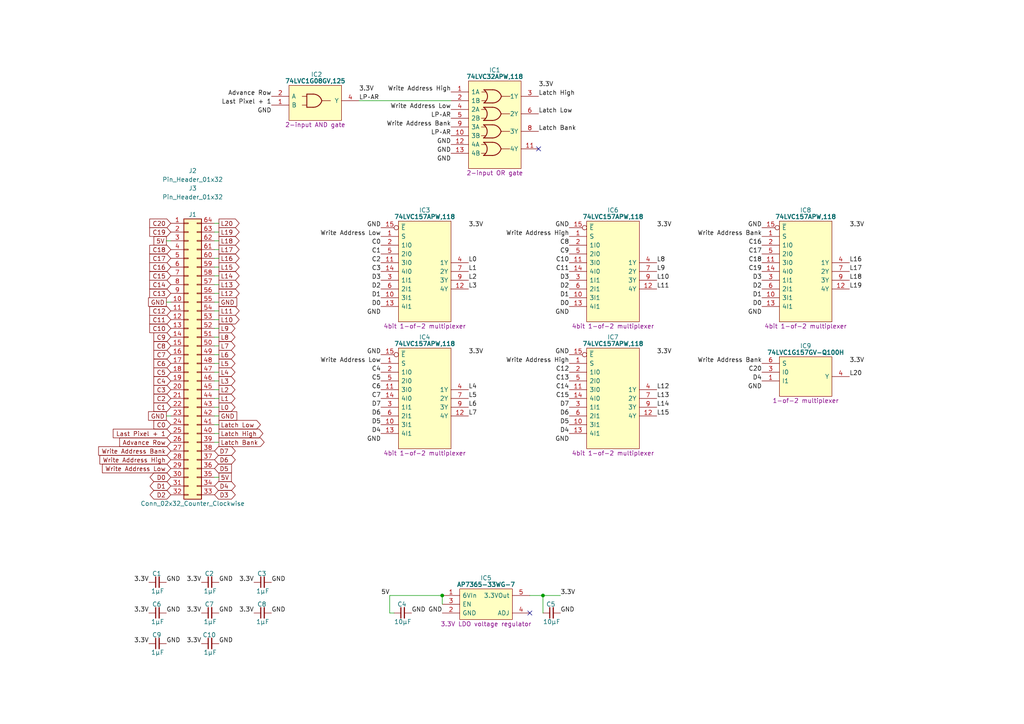
<source format=kicad_sch>
(kicad_sch (version 20231120) (generator "eeschema") (generator_version "8.0")
  (paper "A4")
  (lib_symbols
    (symbol "Connector_Generic:Conn_02x32_Counter_Clockwise" (pin_names (offset 1.016) hide)
      (property "Reference" "J" (at 1.27 40.64 0))
      (property "Value" "Conn_02x32_Counter_Clockwise" (at 1.27 -43.18 0))
      (symbol "Conn_02x32_Counter_Clockwise_1_1"
        (rectangle (start -1.27 -40.513) (end 0 -40.767) (stroke (width 0.1524)))
        (rectangle (start -1.27 -37.973) (end 0 -38.227) (stroke (width 0.1524)))
        (rectangle (start -1.27 -35.433) (end 0 -35.687) (stroke (width 0.1524)))
        (rectangle (start -1.27 -32.893) (end 0 -33.147) (stroke (width 0.1524)))
        (rectangle (start -1.27 -30.353) (end 0 -30.607) (stroke (width 0.1524)))
        (rectangle (start -1.27 -27.813) (end 0 -28.067) (stroke (width 0.1524)))
        (rectangle (start -1.27 -25.273) (end 0 -25.527) (stroke (width 0.1524)))
        (rectangle (start -1.27 -22.733) (end 0 -22.987) (stroke (width 0.1524)))
        (rectangle (start -1.27 -20.193) (end 0 -20.447) (stroke (width 0.1524)))
        (rectangle (start -1.27 -17.653) (end 0 -17.907) (stroke (width 0.1524)))
        (rectangle (start -1.27 -15.113) (end 0 -15.367) (stroke (width 0.1524)))
        (rectangle (start -1.27 -12.573) (end 0 -12.827) (stroke (width 0.1524)))
        (rectangle (start -1.27 -10.033) (end 0 -10.287) (stroke (width 0.1524)))
        (rectangle (start -1.27 -7.493) (end 0 -7.747) (stroke (width 0.1524)))
        (rectangle (start -1.27 -4.953) (end 0 -5.207) (stroke (width 0.1524)))
        (rectangle (start -1.27 -2.413) (end 0 -2.667) (stroke (width 0.1524)))
        (rectangle (start -1.27 0.127) (end 0 -0.127) (stroke (width 0.1524)))
        (rectangle (start -1.27 2.667) (end 0 2.413) (stroke (width 0.1524)))
        (rectangle (start -1.27 5.207) (end 0 4.953) (stroke (width 0.1524)))
        (rectangle (start -1.27 7.747) (end 0 7.493) (stroke (width 0.1524)))
        (rectangle (start -1.27 10.287) (end 0 10.033) (stroke (width 0.1524)))
        (rectangle (start -1.27 12.827) (end 0 12.573) (stroke (width 0.1524)))
        (rectangle (start -1.27 15.367) (end 0 15.113) (stroke (width 0.1524)))
        (rectangle (start -1.27 17.907) (end 0 17.653) (stroke (width 0.1524)))
        (rectangle (start -1.27 20.447) (end 0 20.193) (stroke (width 0.1524)))
        (rectangle (start -1.27 22.987) (end 0 22.733) (stroke (width 0.1524)))
        (rectangle (start -1.27 25.527) (end 0 25.273) (stroke (width 0.1524)))
        (rectangle (start -1.27 28.067) (end 0 27.813) (stroke (width 0.1524)))
        (rectangle (start -1.27 30.607) (end 0 30.353) (stroke (width 0.1524)))
        (rectangle (start -1.27 33.147) (end 0 32.893) (stroke (width 0.1524)))
        (rectangle (start -1.27 35.687) (end 0 35.433) (stroke (width 0.1524)))
        (rectangle (start -1.27 38.227) (end 0 37.973) (stroke (width 0.1524)))
        (rectangle (start -1.27 39.37) (end 3.81 -41.91) (stroke (width 0.254)) (fill (type background)))
        (rectangle (start 3.81 -40.513) (end 2.54 -40.767) (stroke (width 0.1524)))
        (rectangle (start 3.81 -37.973) (end 2.54 -38.227) (stroke (width 0.1524)))
        (rectangle (start 3.81 -35.433) (end 2.54 -35.687) (stroke (width 0.1524)))
        (rectangle (start 3.81 -32.893) (end 2.54 -33.147) (stroke (width 0.1524)))
        (rectangle (start 3.81 -30.353) (end 2.54 -30.607) (stroke (width 0.1524)))
        (rectangle (start 3.81 -27.813) (end 2.54 -28.067) (stroke (width 0.1524)))
        (rectangle (start 3.81 -25.273) (end 2.54 -25.527) (stroke (width 0.1524)))
        (rectangle (start 3.81 -22.733) (end 2.54 -22.987) (stroke (width 0.1524)))
        (rectangle (start 3.81 -20.193) (end 2.54 -20.447) (stroke (width 0.1524)))
        (rectangle (start 3.81 -17.653) (end 2.54 -17.907) (stroke (width 0.1524)))
        (rectangle (start 3.81 -15.113) (end 2.54 -15.367) (stroke (width 0.1524)))
        (rectangle (start 3.81 -12.573) (end 2.54 -12.827) (stroke (width 0.1524)))
        (rectangle (start 3.81 -10.033) (end 2.54 -10.287) (stroke (width 0.1524)))
        (rectangle (start 3.81 -7.493) (end 2.54 -7.747) (stroke (width 0.1524)))
        (rectangle (start 3.81 -4.953) (end 2.54 -5.207) (stroke (width 0.1524)))
        (rectangle (start 3.81 -2.413) (end 2.54 -2.667) (stroke (width 0.1524)))
        (rectangle (start 3.81 0.127) (end 2.54 -0.127) (stroke (width 0.1524)))
        (rectangle (start 3.81 2.667) (end 2.54 2.413) (stroke (width 0.1524)))
        (rectangle (start 3.81 5.207) (end 2.54 4.953) (stroke (width 0.1524)))
        (rectangle (start 3.81 7.747) (end 2.54 7.493) (stroke (width 0.1524)))
        (rectangle (start 3.81 10.287) (end 2.54 10.033) (stroke (width 0.1524)))
        (rectangle (start 3.81 12.827) (end 2.54 12.573) (stroke (width 0.1524)))
        (rectangle (start 3.81 15.367) (end 2.54 15.113) (stroke (width 0.1524)))
        (rectangle (start 3.81 17.907) (end 2.54 17.653) (stroke (width 0.1524)))
        (rectangle (start 3.81 20.447) (end 2.54 20.193) (stroke (width 0.1524)))
        (rectangle (start 3.81 22.987) (end 2.54 22.733) (stroke (width 0.1524)))
        (rectangle (start 3.81 25.527) (end 2.54 25.273) (stroke (width 0.1524)))
        (rectangle (start 3.81 28.067) (end 2.54 27.813) (stroke (width 0.1524)))
        (rectangle (start 3.81 30.607) (end 2.54 30.353) (stroke (width 0.1524)))
        (rectangle (start 3.81 33.147) (end 2.54 32.893) (stroke (width 0.1524)))
        (rectangle (start 3.81 35.687) (end 2.54 35.433) (stroke (width 0.1524)))
        (rectangle (start 3.81 38.227) (end 2.54 37.973) (stroke (width 0.1524)))
        (pin passive line (at -5.08 38.1 0) (length 3.81) (name "Pin_1") (number "1"))
        (pin passive line (at -5.08 15.24 0) (length 3.81) (name "Pin_10") (number "10"))
        (pin passive line (at -5.08 12.7 0) (length 3.81) (name "Pin_11") (number "11"))
        (pin passive line (at -5.08 10.16 0) (length 3.81) (name "Pin_12") (number "12"))
        (pin passive line (at -5.08 7.62 0) (length 3.81) (name "Pin_13") (number "13"))
        (pin passive line (at -5.08 5.08 0) (length 3.81) (name "Pin_14") (number "14"))
        (pin passive line (at -5.08 2.54 0) (length 3.81) (name "Pin_15") (number "15"))
        (pin passive line (at -5.08 0 0) (length 3.81) (name "Pin_16") (number "16"))
        (pin passive line (at -5.08 -2.54 0) (length 3.81) (name "Pin_17") (number "17"))
        (pin passive line (at -5.08 -5.08 0) (length 3.81) (name "Pin_18") (number "18"))
        (pin passive line (at -5.08 -7.62 0) (length 3.81) (name "Pin_19") (number "19"))
        (pin passive line (at -5.08 35.56 0) (length 3.81) (name "Pin_2") (number "2"))
        (pin passive line (at -5.08 -10.16 0) (length 3.81) (name "Pin_20") (number "20"))
        (pin passive line (at -5.08 -12.7 0) (length 3.81) (name "Pin_21") (number "21"))
        (pin passive line (at -5.08 -15.24 0) (length 3.81) (name "Pin_22") (number "22"))
        (pin passive line (at -5.08 -17.78 0) (length 3.81) (name "Pin_23") (number "23"))
        (pin passive line (at -5.08 -20.32 0) (length 3.81) (name "Pin_24") (number "24"))
        (pin passive line (at -5.08 -22.86 0) (length 3.81) (name "Pin_25") (number "25"))
        (pin passive line (at -5.08 -25.4 0) (length 3.81) (name "Pin_26") (number "26"))
        (pin passive line (at -5.08 -27.94 0) (length 3.81) (name "Pin_27") (number "27"))
        (pin passive line (at -5.08 -30.48 0) (length 3.81) (name "Pin_28") (number "28"))
        (pin passive line (at -5.08 -33.02 0) (length 3.81) (name "Pin_29") (number "29"))
        (pin passive line (at -5.08 33.02 0) (length 3.81) (name "Pin_3") (number "3"))
        (pin passive line (at -5.08 -35.56 0) (length 3.81) (name "Pin_30") (number "30"))
        (pin passive line (at -5.08 -38.1 0) (length 3.81) (name "Pin_31") (number "31"))
        (pin passive line (at -5.08 -40.64 0) (length 3.81) (name "Pin_32") (number "32"))
        (pin passive line (at 7.62 -40.64 180) (length 3.81) (name "Pin_33") (number "33"))
        (pin passive line (at 7.62 -38.1 180) (length 3.81) (name "Pin_34") (number "34"))
        (pin passive line (at 7.62 -35.56 180) (length 3.81) (name "Pin_35") (number "35"))
        (pin passive line (at 7.62 -33.02 180) (length 3.81) (name "Pin_36") (number "36"))
        (pin passive line (at 7.62 -30.48 180) (length 3.81) (name "Pin_37") (number "37"))
        (pin passive line (at 7.62 -27.94 180) (length 3.81) (name "Pin_38") (number "38"))
        (pin passive line (at 7.62 -25.4 180) (length 3.81) (name "Pin_39") (number "39"))
        (pin passive line (at -5.08 30.48 0) (length 3.81) (name "Pin_4") (number "4"))
        (pin passive line (at 7.62 -22.86 180) (length 3.81) (name "Pin_40") (number "40"))
        (pin passive line (at 7.62 -20.32 180) (length 3.81) (name "Pin_41") (number "41"))
        (pin passive line (at 7.62 -17.78 180) (length 3.81) (name "Pin_42") (number "42"))
        (pin passive line (at 7.62 -15.24 180) (length 3.81) (name "Pin_43") (number "43"))
        (pin passive line (at 7.62 -12.7 180) (length 3.81) (name "Pin_44") (number "44"))
        (pin passive line (at 7.62 -10.16 180) (length 3.81) (name "Pin_45") (number "45"))
        (pin passive line (at 7.62 -7.62 180) (length 3.81) (name "Pin_46") (number "46"))
        (pin passive line (at 7.62 -5.08 180) (length 3.81) (name "Pin_47") (number "47"))
        (pin passive line (at 7.62 -2.54 180) (length 3.81) (name "Pin_48") (number "48"))
        (pin passive line (at 7.62 0 180) (length 3.81) (name "Pin_49") (number "49"))
        (pin passive line (at -5.08 27.94 0) (length 3.81) (name "Pin_5") (number "5"))
        (pin passive line (at 7.62 2.54 180) (length 3.81) (name "Pin_50") (number "50"))
        (pin passive line (at 7.62 5.08 180) (length 3.81) (name "Pin_51") (number "51"))
        (pin passive line (at 7.62 7.62 180) (length 3.81) (name "Pin_52") (number "52"))
        (pin passive line (at 7.62 10.16 180) (length 3.81) (name "Pin_53") (number "53"))
        (pin passive line (at 7.62 12.7 180) (length 3.81) (name "Pin_54") (number "54"))
        (pin passive line (at 7.62 15.24 180) (length 3.81) (name "Pin_55") (number "55"))
        (pin passive line (at 7.62 17.78 180) (length 3.81) (name "Pin_56") (number "56"))
        (pin passive line (at 7.62 20.32 180) (length 3.81) (name "Pin_57") (number "57"))
        (pin passive line (at 7.62 22.86 180) (length 3.81) (name "Pin_58") (number "58"))
        (pin passive line (at 7.62 25.4 180) (length 3.81) (name "Pin_59") (number "59"))
        (pin passive line (at -5.08 25.4 0) (length 3.81) (name "Pin_6") (number "6"))
        (pin passive line (at 7.62 27.94 180) (length 3.81) (name "Pin_60") (number "60"))
        (pin passive line (at 7.62 30.48 180) (length 3.81) (name "Pin_61") (number "61"))
        (pin passive line (at 7.62 33.02 180) (length 3.81) (name "Pin_62") (number "62"))
        (pin passive line (at 7.62 35.56 180) (length 3.81) (name "Pin_63") (number "63"))
        (pin passive line (at 7.62 38.1 180) (length 3.81) (name "Pin_64") (number "64"))
        (pin passive line (at -5.08 22.86 0) (length 3.81) (name "Pin_7") (number "7"))
        (pin passive line (at -5.08 20.32 0) (length 3.81) (name "Pin_8") (number "8"))
        (pin passive line (at -5.08 17.78 0) (length 3.81) (name "Pin_9") (number "9"))
      )
    )
    (symbol "Diodes_Inc:AP7365-33WG-7" (pin_names (offset 0.762))
      (property "Reference" "IC" (at 12.7 5.08 0))
      (property "Value" "AP7365-33WG-7" (at 12.7 3.175 0))
      (property "Description" "3.3V LDO voltage regulator" (at 12.7 -8.255 0))
      (symbol "AP7365-33WG-7_0_0"
        (pin passive line (at 0 -5.08 0) (length 5.08) (name "GND") (number "2"))
        (pin input line (at 0 -2.54 0) (length 5.08) (name "EN") (number "3"))
        (pin passive line (at 25.4 -5.08 180) (length 5.08) (name "ADJ") (number "4"))
      )
      (symbol "AP7365-33WG-7_0_1"
        (polyline (pts (xy 5.08 1.905) (xy 20.32 1.905) (xy 20.32 -6.985) (xy 5.08 -6.985) (xy 5.08 1.905)) (fill (type background)))
      )
      (symbol "AP7365-33WG-7_1_0"
        (pin passive line (at 0 0 0) (length 5.08) (name "6VIn") (number "1"))
        (pin passive line (at 25.4 0 180) (length 5.08) (name "3.3VOut") (number "5"))
      )
    )
    (symbol "HCP65:C_0805" (pin_numbers hide) (pin_names (offset 0.254) hide)
      (property "Reference" "C" (at 2.286 2.54 0))
      (property "Value" "?μF" (at 2.54 -2.54 0))
      (symbol "C_0805_0_1"
        (polyline (pts (xy 1.9685 -1.4605) (xy 1.9685 1.5875)) (stroke (width 0.3048)))
        (polyline (pts (xy 2.9845 -1.4605) (xy 2.9845 1.5875)) (stroke (width 0.3302)))
      )
      (symbol "C_0805_1_1"
        (pin passive line (at 0 0 0) (length 2.032) (name "~") (number "1"))
        (pin passive line (at 5.08 0 180) (length 2.032) (name "~") (number "2"))
      )
    )
    (symbol "HCP65:Pin_Header_01x32" (pin_names (offset 1.016) hide)
      (property "Reference" "J" (at 0 1.27 0))
      (property "Value" "Pin_Header_01x32" (at 0 -1.27 0))
    )
    (symbol "Nexperia:74LVC157APW,118" (pin_names (offset 0.762))
      (property "Reference" "IC" (at 12.7 5.08 0))
      (property "Value" "74LVC157APW,118" (at 12.7 3.175 0))
      (property "Description" "4bit 1-of-2 multiplexer" (at 12.7 -28.575 0))
      (symbol "74LVC157APW,118_0_0"
        (pin input line (at 0 -2.54 0) (length 5.08) (name "S") (number "1"))
        (pin input line (at 0 -20.32 0) (length 5.08) (name "3I1") (number "10"))
        (pin input line (at 0 -10.16 0) (length 5.08) (name "3I0") (number "11"))
        (pin output line (at 25.4 -17.78 180) (length 5.08) (name "4Y") (number "12"))
        (pin input line (at 0 -22.86 0) (length 5.08) (name "4I1") (number "13"))
        (pin input line (at 0 -12.7 0) (length 5.08) (name "4I0") (number "14"))
        (pin passive line (at 25.4 0 180) (length 5.08) hide (name "3V") (number "16"))
        (pin input line (at 0 -5.08 0) (length 5.08) (name "1I0") (number "2"))
        (pin input line (at 0 -15.24 0) (length 5.08) (name "1I1") (number "3"))
        (pin output line (at 25.4 -10.16 180) (length 5.08) (name "1Y") (number "4"))
        (pin input line (at 0 -7.62 0) (length 5.08) (name "2I0") (number "5"))
        (pin input line (at 0 -17.78 0) (length 5.08) (name "2I1") (number "6"))
        (pin output line (at 25.4 -12.7 180) (length 5.08) (name "2Y") (number "7"))
        (pin passive line (at 0 -25.4 0) (length 5.08) hide (name "GND") (number "8"))
        (pin output line (at 25.4 -15.24 180) (length 5.08) (name "3Y") (number "9"))
      )
      (symbol "74LVC157APW,118_0_1"
        (polyline (pts (xy 5.08 1.905) (xy 20.32 1.905) (xy 20.32 -27.305) (xy 5.08 -27.305) (xy 5.08 1.905)) (stroke (width 0.1524)) (fill (type background)))
      )
      (symbol "74LVC157APW,118_1_0"
        (pin input inverted (at 0 0 0) (length 5.08) (name "~{E}") (number "15"))
      )
    )
    (symbol "Nexperia:74LVC1G08GV,125" (pin_names (offset 0.762))
      (property "Reference" "IC" (at 11.43 6.35 0))
      (property "Value" "74LVC1G08GV,125" (at 12.7 4.445 0))
      (property "Description" "2-input AND gate" (at 12.7 -8.255 0))
      (symbol "74LVC1G08GV,125_0_0"
        (pin input line (at 0 -2.54 0) (length 5.08) (name "B") (number "1"))
        (pin input line (at 0 0 0) (length 5.08) (name "A") (number "2"))
        (pin passive line (at 0 -5.08 0) (length 5.08) hide (name "GND") (number "3"))
        (pin output line (at 25.4 -1.27 180) (length 5.08) (name "Y") (number "4"))
        (pin passive line (at 25.4 1.27 180) (length 5.08) hide (name "3V") (number "5"))
      )
      (symbol "74LVC1G08GV,125_0_1"
        (polyline (pts (xy 8.89 -2.54) (xy 10.1599 -2.54)))
        (polyline (pts (xy 8.89 0) (xy 10.1599 0)))
        (polyline (pts (xy 10.248 0.635) (xy 10.248 -3.175)) (stroke (width 0.254)) (fill (type background)))
        (polyline (pts (xy 12.065 -3.175) (xy 10.248 -3.175)) (stroke (width 0.254)) (fill (type background)))
        (polyline (pts (xy 12.065 0.635) (xy 10.248 0.635)) (stroke (width 0.254)) (fill (type background)))
        (polyline (pts (xy 14.605 -1.27) (xy 17.145 -1.27)))
        (polyline (pts (xy 5.08 3.175) (xy 20.32 3.175) (xy 20.32 -6.985) (xy 5.08 -6.985) (xy 5.08 3.175)) (stroke (width 0.1524)) (fill (type background)))
        (arc (start 12.065 -3.175) (mid 13.6634 -2.6604) (end 14.605 -1.27) (stroke (width 0.254)))
        (arc (start 14.605 -1.27) (mid 13.6644 0.1222) (end 12.065 0.635) (stroke (width 0.254)))
      )
    )
    (symbol "Nexperia:74LVC1G157GV-Q100H" (pin_names (offset 0.762))
      (property "Reference" "IC" (at 12.7 5.08 0))
      (property "Value" "74LVC1G157GV-Q100H" (at 12.7 3.175 0))
      (property "Description" "1-of-2 multiplexer" (at 12.7 -10.795 0))
      (symbol "74LVC1G157GV-Q100H_0_0"
        (pin input line (at 0 -5.08 0) (length 5.08) (name "I1") (number "1"))
        (pin passive line (at 0 -7.62 0) (length 5.08) hide (name "GND") (number "2"))
        (pin input line (at 0 -2.54 0) (length 5.08) (name "I0") (number "3"))
        (pin output line (at 25.4 -3.81 180) (length 5.08) (name "Y") (number "4"))
        (pin input line (at 0 0 0) (length 5.08) (name "S") (number "6"))
      )
      (symbol "74LVC1G157GV-Q100H_0_1"
        (polyline (pts (xy 5.08 1.905) (xy 20.32 1.905) (xy 20.32 -9.525) (xy 5.08 -9.525) (xy 5.08 1.905)) (stroke (width 0.1524)) (fill (type background)))
      )
      (symbol "74LVC1G157GV-Q100H_1_0"
        (pin passive line (at 25.4 0 180) (length 5.08) hide (name "3V") (number "5"))
      )
    )
    (symbol "Nexperia:74LVC32APW,118" (pin_names (offset 0.762))
      (property "Reference" "IC" (at 12.7 6.35 0))
      (property "Value" "74LVC32APW,118" (at 12.7 4.445 0))
      (property "Description" "2-input OR gate" (at 12.7 -23.495 0))
      (symbol "74LVC32APW,118_0_0"
        (pin passive line (at 0 0 0) (length 5.08) (name "1A") (number "1"))
        (pin passive line (at 0 -12.7 0) (length 5.08) (name "3B") (number "10"))
        (pin passive line (at 25.4 -16.51 180) (length 5.08) (name "4Y") (number "11"))
        (pin passive line (at 0 -15.24 0) (length 5.08) (name "4A") (number "12"))
        (pin passive line (at 0 -17.78 0) (length 5.08) (name "4B") (number "13"))
        (pin passive line (at 25.4 1.27 180) (length 5.08) hide (name "3V") (number "14"))
        (pin passive line (at 0 -2.54 0) (length 5.08) (name "1B") (number "2"))
        (pin passive line (at 25.4 -1.27 180) (length 5.08) (name "1Y") (number "3"))
        (pin passive line (at 0 -5.08 0) (length 5.08) (name "2A") (number "4"))
        (pin passive line (at 0 -7.62 0) (length 5.08) (name "2B") (number "5"))
        (pin passive line (at 25.4 -6.35 180) (length 5.08) (name "2Y") (number "6"))
        (pin passive line (at 0 -20.32 0) (length 5.08) hide (name "GND") (number "7"))
        (pin passive line (at 25.4 -11.43 180) (length 5.08) (name "3Y") (number "8"))
        (pin passive line (at 0 -10.16 0) (length 5.08) (name "3A") (number "9"))
      )
      (symbol "74LVC32APW,118_0_1"
        (polyline (pts (xy 8.802 -17.78) (xy 10.0719 -17.78)))
        (polyline (pts (xy 8.802 -15.24) (xy 10.0719 -15.24)))
        (polyline (pts (xy 8.802 -12.7) (xy 10.0719 -12.7)))
        (polyline (pts (xy 8.802 -10.16) (xy 10.0719 -10.16)))
        (polyline (pts (xy 8.802 -7.62) (xy 10.0719 -7.62)))
        (polyline (pts (xy 8.802 -5.08) (xy 10.0719 -5.08)))
        (polyline (pts (xy 8.89 -2.54) (xy 10.1599 -2.54)))
        (polyline (pts (xy 8.89 0) (xy 10.1599 0)))
        (polyline (pts (xy 11.977 -18.415) (xy 9.437 -18.415)) (stroke (width 0.254)) (fill (type background)))
        (polyline (pts (xy 11.977 -14.605) (xy 9.437 -14.605)) (stroke (width 0.254)) (fill (type background)))
        (polyline (pts (xy 11.977 -13.335) (xy 9.437 -13.335)) (stroke (width 0.254)) (fill (type background)))
        (polyline (pts (xy 11.977 -9.525) (xy 9.437 -9.525)) (stroke (width 0.254)) (fill (type background)))
        (polyline (pts (xy 11.977 -8.255) (xy 9.437 -8.255)) (stroke (width 0.254)) (fill (type background)))
        (polyline (pts (xy 11.977 -4.445) (xy 9.437 -4.445)) (stroke (width 0.254)) (fill (type background)))
        (polyline (pts (xy 12.065 -3.175) (xy 9.525 -3.175)) (stroke (width 0.254)) (fill (type background)))
        (polyline (pts (xy 12.065 0.635) (xy 9.525 0.635)) (stroke (width 0.254)) (fill (type background)))
        (polyline (pts (xy 14.517 -16.51) (xy 17.057 -16.51)))
        (polyline (pts (xy 14.517 -11.43) (xy 17.057 -11.43)))
        (polyline (pts (xy 14.517 -6.35) (xy 17.057 -6.35)))
        (polyline (pts (xy 14.605 -1.27) (xy 17.145 -1.27)))
        (polyline (pts (xy 5.08 3.175) (xy 20.32 3.175) (xy 20.32 -22.225) (xy 5.08 -22.225) (xy 5.08 3.175)) (stroke (width 0.1524)) (fill (type background)))
        (arc (start 9.437 -18.415) (mid 10.4969 -16.51) (end 9.437 -14.605) (stroke (width 0.254)))
        (arc (start 9.437 -13.335) (mid 10.4969 -11.43) (end 9.437 -9.525) (stroke (width 0.254)))
        (arc (start 9.437 -8.255) (mid 10.4969 -6.35) (end 9.437 -4.445) (stroke (width 0.254)))
        (arc (start 9.525 -3.175) (mid 10.5848 -1.27) (end 9.525 0.635) (stroke (width 0.254)))
        (arc (start 11.977 -18.415) (mid 13.5751 -17.9001) (end 14.517 -16.51) (stroke (width 0.254)))
        (arc (start 11.977 -13.335) (mid 13.5751 -12.8201) (end 14.517 -11.43) (stroke (width 0.254)))
        (arc (start 11.977 -8.255) (mid 13.5751 -7.7401) (end 14.517 -6.35) (stroke (width 0.254)))
        (arc (start 12.065 -3.175) (mid 13.6633 -2.6602) (end 14.605 -1.27) (stroke (width 0.254)))
        (arc (start 14.517 -16.51) (mid 13.5761 -15.1187) (end 11.977 -14.605) (stroke (width 0.254)))
        (arc (start 14.517 -11.43) (mid 13.5761 -10.0387) (end 11.977 -9.525) (stroke (width 0.254)))
        (arc (start 14.517 -6.35) (mid 13.5761 -4.9587) (end 11.977 -4.445) (stroke (width 0.254)))
        (arc (start 14.605 -1.27) (mid 13.664 0.1212) (end 12.065 0.635) (stroke (width 0.254)))
      )
    )
  )
  (junction (at 128.27 172.72))
  (junction (at 157.48 172.72))
  (no_connect (at 156.21 43.18))
  (no_connect (at 153.67 177.8))
  (wire (pts (xy 63.5 118.11) (xy 62.23 118.11)))
  (wire (pts (xy 63.5 77.47) (xy 62.23 77.47)))
  (wire (pts (xy 63.5 90.17) (xy 62.23 90.17)))
  (wire (pts (xy 157.48 177.8) (xy 157.48 172.72)))
  (wire (pts (xy 63.5 97.79) (xy 62.23 97.79)))
  (wire (pts (xy 63.5 80.01) (xy 62.23 80.01)))
  (wire (pts (xy 63.5 128.27) (xy 62.23 128.27)))
  (wire (pts (xy 63.5 113.03) (xy 62.23 113.03)))
  (wire (pts (xy 113.03 172.72) (xy 128.27 172.72)))
  (wire (pts (xy 128.27 172.72) (xy 128.27 175.26)))
  (wire (pts (xy 63.5 110.49) (xy 62.23 110.49)))
  (wire (pts (xy 63.5 123.19) (xy 62.23 123.19)))
  (wire (pts (xy 63.5 64.77) (xy 62.23 64.77)))
  (wire (pts (xy 63.5 115.57) (xy 62.23 115.57)))
  (wire (pts (xy 63.5 100.33) (xy 62.23 100.33)))
  (wire (pts (xy 63.5 74.93) (xy 62.23 74.93)))
  (wire (pts (xy 63.5 82.55) (xy 62.23 82.55)))
  (wire (pts (xy 63.5 87.63) (xy 62.23 87.63)))
  (wire (pts (xy 153.67 172.72) (xy 157.48 172.72)))
  (wire (pts (xy 63.5 69.85) (xy 62.23 69.85)))
  (wire (pts (xy 63.5 125.73) (xy 62.23 125.73)))
  (wire (pts (xy 63.5 85.09) (xy 62.23 85.09)))
  (wire (pts (xy 113.03 172.72) (xy 113.03 177.8)))
  (wire (pts (xy 63.5 92.71) (xy 62.23 92.71)))
  (wire (pts (xy 63.5 120.65) (xy 62.23 120.65)))
  (wire (pts (xy 104.14 29.21) (xy 130.81 29.21)))
  (wire (pts (xy 63.5 95.25) (xy 62.23 95.25)))
  (wire (pts (xy 63.5 67.31) (xy 62.23 67.31)))
  (wire (pts (xy 63.5 105.41) (xy 62.23 105.41)))
  (wire (pts (xy 63.5 138.43) (xy 62.23 138.43)))
  (wire (pts (xy 113.03 177.8) (xy 114.3 177.8)))
  (wire (pts (xy 63.5 102.87) (xy 62.23 102.87)))
  (wire (pts (xy 48.26 87.63) (xy 49.53 87.63)))
  (wire (pts (xy 48.26 69.85) (xy 49.53 69.85)))
  (wire (pts (xy 157.48 172.72) (xy 162.56 172.72)))
  (wire (pts (xy 63.5 72.39) (xy 62.23 72.39)))
  (wire (pts (xy 63.5 107.95) (xy 62.23 107.95)))
  (wire (pts (xy 48.26 120.65) (xy 49.53 120.65)))
  (label "L16" (at 246.38 76.2 0))
  (label "C20" (at 220.98 107.95 180))
  (label "D1" (at 220.98 86.36 180))
  (label "D3" (at 165.1 81.28 180))
  (label "C15" (at 165.1 115.57 180))
  (label "3.3V" (at 135.89 66.04 0))
  (label "C1" (at 110.49 73.66 180))
  (label "GND" (at 110.49 102.87 180))
  (label "GND" (at 110.49 128.27 180))
  (label "L19" (at 246.38 83.82 0))
  (label "Write Address High" (at 130.81 26.67 180))
  (label "D7" (at 165.1 118.11 180))
  (label "GND" (at 63.5 177.8 0))
  (label "3.3V" (at 58.42 168.91 180))
  (label "L5" (at 135.89 115.57 0))
  (label "GND" (at 162.56 177.8 0))
  (label "3.3V" (at 190.5 66.04 0))
  (label "LP·AR" (at 104.14 29.21 0))
  (label "GND" (at 220.98 91.44 180))
  (label "D0" (at 110.49 88.9 180))
  (label "L17" (at 246.38 78.74 0))
  (label "C14" (at 165.1 113.03 180))
  (label "GND" (at 48.26 168.91 0))
  (label "L1" (at 135.89 78.74 0))
  (label "C13" (at 165.1 110.49 180))
  (label "D7" (at 110.49 118.11 180))
  (label "L2" (at 135.89 81.28 0))
  (label "3.3V" (at 104.14 26.67 0))
  (label "GND" (at 78.74 177.8 0))
  (label "C17" (at 220.98 73.66 180))
  (label "L7" (at 135.89 120.65 0))
  (label "D2" (at 110.49 83.82 180))
  (label "GND" (at 119.38 177.8 0))
  (label "5V" (at 113.03 172.72 180))
  (label "Latch High" (at 156.21 27.94 0))
  (label "3.3V" (at 43.18 177.8 180))
  (label "GND" (at 110.49 91.44 180))
  (label "C8" (at 165.1 71.12 180))
  (label "GND" (at 78.74 33.02 180))
  (label "3.3V" (at 246.38 66.04 0))
  (label "C5" (at 110.49 110.49 180))
  (label "GND" (at 165.1 128.27 180))
  (label "D5" (at 110.49 123.19 180))
  (label "D0" (at 165.1 88.9 180))
  (label "L10" (at 190.5 81.28 0))
  (label "GND" (at 48.26 177.8 0))
  (label "C9" (at 165.1 73.66 180))
  (label "GND" (at 128.27 177.8 180))
  (label "Write Address High" (at 165.1 68.58 180))
  (label "D6" (at 165.1 120.65 180))
  (label "Latch Low" (at 156.21 33.02 0))
  (label "D0" (at 220.98 88.9 180))
  (label "D5" (at 165.1 123.19 180))
  (label "GND" (at 78.74 168.91 0))
  (label "D3" (at 220.98 81.28 180))
  (label "GND" (at 130.81 44.45 180))
  (label "L0" (at 135.89 76.2 0))
  (label "3.3V" (at 58.42 186.69 180))
  (label "Advance Row" (at 78.74 27.94 180))
  (label "L15" (at 190.5 120.65 0))
  (label "C16" (at 220.98 71.12 180))
  (label "C12" (at 165.1 107.95 180))
  (label "GND" (at 220.98 66.04 180))
  (label "C7" (at 110.49 115.57 180))
  (label "C2" (at 110.49 76.2 180))
  (label "D2" (at 165.1 83.82 180))
  (label "GND" (at 110.49 66.04 180))
  (label "GND" (at 165.1 91.44 180))
  (label "3.3V" (at 58.42 177.8 180))
  (label "C11" (at 165.1 78.74 180))
  (label "LP·AR" (at 130.81 39.37 180))
  (label "Write Address Low" (at 110.49 68.58 180))
  (label "GND" (at 130.81 41.91 180))
  (label "Write Address High" (at 165.1 105.41 180))
  (label "D6" (at 110.49 120.65 180))
  (label "C10" (at 165.1 76.2 180))
  (label "C18" (at 220.98 76.2 180))
  (label "C3" (at 110.49 78.74 180))
  (label "Write Address Bank" (at 220.98 105.41 180))
  (label "3.3V" (at 162.56 172.72 0))
  (label "LP·AR" (at 130.81 34.29 180))
  (label "D1" (at 165.1 86.36 180))
  (label "C4" (at 110.49 107.95 180))
  (label "L12" (at 190.5 113.03 0))
  (label "GND" (at 63.5 186.69 0))
  (label "L3" (at 135.89 83.82 0))
  (label "Write Address Bank" (at 220.98 68.58 180))
  (label "GND" (at 220.98 113.03 180))
  (label "3.3V" (at 246.38 105.41 0))
  (label "L11" (at 190.5 83.82 0))
  (label "GND" (at 165.1 102.87 180))
  (label "Write Address Low" (at 110.49 105.41 180))
  (label "Write Address Bank" (at 130.81 36.83 180))
  (label "Write Address Low" (at 130.81 31.75 180))
  (label "3.3V" (at 73.66 177.8 180))
  (label "D4" (at 220.98 110.49 180))
  (label "L13" (at 190.5 115.57 0))
  (label "D1" (at 110.49 86.36 180))
  (label "Latch Bank" (at 156.21 38.1 0))
  (label "GND" (at 48.26 186.69 0))
  (label "L18" (at 246.38 81.28 0))
  (label "L9" (at 190.5 78.74 0))
  (label "L14" (at 190.5 118.11 0))
  (label "3.3V" (at 43.18 186.69 180))
  (label "3.3V" (at 190.5 102.87 0))
  (label "L6" (at 135.89 118.11 0))
  (label "L20" (at 246.38 109.22 0))
  (label "L4" (at 135.89 113.03 0))
  (label "D3" (at 110.49 81.28 180))
  (label "C19" (at 220.98 78.74 180))
  (label "C0" (at 110.49 71.12 180))
  (label "D4" (at 110.49 125.73 180))
  (label "D4" (at 165.1 125.73 180))
  (label "Last Pixel + 1" (at 78.74 30.48 180))
  (label "3.3V" (at 43.18 168.91 180))
  (label "D2" (at 220.98 83.82 180))
  (label "3.3V" (at 135.89 102.87 0))
  (label "C6" (at 110.49 113.03 180))
  (label "3.3V" (at 156.21 25.4 0))
  (label "GND" (at 130.81 46.99 180))
  (label "L8" (at 190.5 76.2 0))
  (label "GND" (at 165.1 66.04 180))
  (label "GND" (at 63.5 168.91 0))
  (label "3.3V" (at 73.66 168.91 180))
  (global_label "Latch Low" (shape output) (at 63.5 123.19 0) (property "Intersheetrefs" "${INTERSHEET_REFS}" (effects (hide yes))))
  (global_label "L2" (shape output) (at 63.5 113.03 0) (property "Intersheetrefs" "${INTERSHEET_REFS}" (effects (hide yes))))
  (global_label "C1" (shape input) (at 49.53 118.11 180) (property "Intersheetrefs" "${INTERSHEET_REFS}" (effects (hide yes))))
  (global_label "Write Address Low" (shape input) (at 49.53 135.89 180) (property "Intersheetrefs" "${INTERSHEET_REFS}" (effects (hide yes))))
  (global_label "L14" (shape output) (at 63.5 80.01 0) (property "Intersheetrefs" "${INTERSHEET_REFS}" (effects (hide yes))))
  (global_label "Write Address Bank" (shape input) (at 49.53 130.81 180) (property "Intersheetrefs" "${INTERSHEET_REFS}" (effects (hide yes))))
  (global_label "L6" (shape output) (at 63.5 102.87 0) (property "Intersheetrefs" "${INTERSHEET_REFS}" (effects (hide yes))))
  (global_label "L10" (shape output) (at 63.5 92.71 0) (property "Intersheetrefs" "${INTERSHEET_REFS}" (effects (hide yes))))
  (global_label "L4" (shape output) (at 63.5 107.95 0) (property "Intersheetrefs" "${INTERSHEET_REFS}" (effects (hide yes))))
  (global_label "C2" (shape input) (at 49.53 115.57 180) (property "Intersheetrefs" "${INTERSHEET_REFS}" (effects (hide yes))))
  (global_label "C10" (shape input) (at 49.53 95.25 180) (property "Intersheetrefs" "${INTERSHEET_REFS}" (effects (hide yes))))
  (global_label "L16" (shape output) (at 63.5 74.93 0) (property "Intersheetrefs" "${INTERSHEET_REFS}" (effects (hide yes))))
  (global_label "D0" (shape tri_state) (at 49.53 138.43 180) (property "Intersheetrefs" "${INTERSHEET_REFS}" (effects (hide yes))))
  (global_label "L11" (shape output) (at 63.5 90.17 0) (property "Intersheetrefs" "${INTERSHEET_REFS}" (effects (hide yes))))
  (global_label "D3" (shape tri_state) (at 62.23 143.51 0) (property "Intersheetrefs" "${INTERSHEET_REFS}" (effects (hide yes))))
  (global_label "D1" (shape tri_state) (at 49.53 140.97 180) (property "Intersheetrefs" "${INTERSHEET_REFS}" (effects (hide yes))))
  (global_label "Latch Bank" (shape output) (at 63.5 128.27 0) (property "Intersheetrefs" "${INTERSHEET_REFS}" (effects (hide yes))))
  (global_label "C5" (shape input) (at 49.53 107.95 180) (property "Intersheetrefs" "${INTERSHEET_REFS}" (effects (hide yes))))
  (global_label "Advance Row" (shape input) (at 49.53 128.27 180) (property "Intersheetrefs" "${INTERSHEET_REFS}" (effects (hide yes))))
  (global_label "L18" (shape output) (at 63.5 69.85 0) (property "Intersheetrefs" "${INTERSHEET_REFS}" (effects (hide yes))))
  (global_label "C20" (shape input) (at 49.53 64.77 180) (property "Intersheetrefs" "${INTERSHEET_REFS}" (effects (hide yes))))
  (global_label "C11" (shape input) (at 49.53 92.71 180) (property "Intersheetrefs" "${INTERSHEET_REFS}" (effects (hide yes))))
  (global_label "C6" (shape input) (at 49.53 105.41 180) (property "Intersheetrefs" "${INTERSHEET_REFS}" (effects (hide yes))))
  (global_label "GND" (shape passive) (at 63.5 87.63 0) (property "Intersheetrefs" "${INTERSHEET_REFS}" (effects (hide yes))))
  (global_label "L5" (shape output) (at 63.5 105.41 0) (property "Intersheetrefs" "${INTERSHEET_REFS}" (effects (hide yes))))
  (global_label "C13" (shape input) (at 49.53 85.09 180) (property "Intersheetrefs" "${INTERSHEET_REFS}" (effects (hide yes))))
  (global_label "C0" (shape input) (at 49.53 123.19 180) (property "Intersheetrefs" "${INTERSHEET_REFS}" (effects (hide yes))))
  (global_label "L15" (shape output) (at 63.5 77.47 0) (property "Intersheetrefs" "${INTERSHEET_REFS}" (effects (hide yes))))
  (global_label "D7" (shape tri_state) (at 62.23 130.81 0) (property "Intersheetrefs" "${INTERSHEET_REFS}" (effects (hide yes))))
  (global_label "C7" (shape input) (at 49.53 102.87 180) (property "Intersheetrefs" "${INTERSHEET_REFS}" (effects (hide yes))))
  (global_label "C17" (shape input) (at 49.53 74.93 180) (property "Intersheetrefs" "${INTERSHEET_REFS}" (effects (hide yes))))
  (global_label "L3" (shape output) (at 63.5 110.49 0) (property "Intersheetrefs" "${INTERSHEET_REFS}" (effects (hide yes))))
  (global_label "GND" (shape passive) (at 48.26 120.65 180) (property "Intersheetrefs" "${INTERSHEET_REFS}" (effects (hide yes))))
  (global_label "C3" (shape input) (at 49.53 113.03 180) (property "Intersheetrefs" "${INTERSHEET_REFS}" (effects (hide yes))))
  (global_label "L12" (shape output) (at 63.5 85.09 0) (property "Intersheetrefs" "${INTERSHEET_REFS}" (effects (hide yes))))
  (global_label "L13" (shape output) (at 63.5 82.55 0) (property "Intersheetrefs" "${INTERSHEET_REFS}" (effects (hide yes))))
  (global_label "C19" (shape input) (at 49.53 67.31 180) (property "Intersheetrefs" "${INTERSHEET_REFS}" (effects (hide yes))))
  (global_label "C8" (shape input) (at 49.53 100.33 180) (property "Intersheetrefs" "${INTERSHEET_REFS}" (effects (hide yes))))
  (global_label "D6" (shape tri_state) (at 62.23 133.35 0) (property "Intersheetrefs" "${INTERSHEET_REFS}" (effects (hide yes))))
  (global_label "L20" (shape output) (at 63.5 64.77 0) (property "Intersheetrefs" "${INTERSHEET_REFS}" (effects (hide yes))))
  (global_label "D5" (shape input) (at 62.23 135.89 0) (property "Intersheetrefs" "${INTERSHEET_REFS}" (effects (hide yes))))
  (global_label "C4" (shape input) (at 49.53 110.49 180) (property "Intersheetrefs" "${INTERSHEET_REFS}" (effects (hide yes))))
  (global_label "GND" (shape passive) (at 63.5 120.65 0) (property "Intersheetrefs" "${INTERSHEET_REFS}" (effects (hide yes))))
  (global_label "C14" (shape input) (at 49.53 82.55 180) (property "Intersheetrefs" "${INTERSHEET_REFS}" (effects (hide yes))))
  (global_label "D4" (shape tri_state) (at 62.23 140.97 0) (property "Intersheetrefs" "${INTERSHEET_REFS}" (effects (hide yes))))
  (global_label "GND" (shape passive) (at 48.26 87.63 180) (property "Intersheetrefs" "${INTERSHEET_REFS}" (effects (hide yes))))
  (global_label "L7" (shape output) (at 63.5 100.33 0) (property "Intersheetrefs" "${INTERSHEET_REFS}" (effects (hide yes))))
  (global_label "C16" (shape input) (at 49.53 77.47 180) (property "Intersheetrefs" "${INTERSHEET_REFS}" (effects (hide yes))))
  (global_label "5V" (shape passive) (at 48.26 69.85 180) (property "Intersheetrefs" "${INTERSHEET_REFS}" (effects (hide yes))))
  (global_label "L1" (shape output) (at 63.5 115.57 0) (property "Intersheetrefs" "${INTERSHEET_REFS}" (effects (hide yes))))
  (global_label "Write Address High" (shape input) (at 49.53 133.35 180) (property "Intersheetrefs" "${INTERSHEET_REFS}" (effects (hide yes))))
  (global_label "Latch High" (shape output) (at 63.5 125.73 0) (property "Intersheetrefs" "${INTERSHEET_REFS}" (effects (hide yes))))
  (global_label "5V" (shape passive) (at 63.5 138.43 0) (property "Intersheetrefs" "${INTERSHEET_REFS}" (effects (hide yes))))
  (global_label "C18" (shape input) (at 49.53 72.39 180) (property "Intersheetrefs" "${INTERSHEET_REFS}" (effects (hide yes))))
  (global_label "C15" (shape input) (at 49.53 80.01 180) (property "Intersheetrefs" "${INTERSHEET_REFS}" (effects (hide yes))))
  (global_label "L8" (shape output) (at 63.5 97.79 0) (property "Intersheetrefs" "${INTERSHEET_REFS}" (effects (hide yes))))
  (global_label "L9" (shape output) (at 63.5 95.25 0) (property "Intersheetrefs" "${INTERSHEET_REFS}" (effects (hide yes))))
  (global_label "L19" (shape output) (at 63.5 67.31 0) (property "Intersheetrefs" "${INTERSHEET_REFS}" (effects (hide yes))))
  (global_label "C9" (shape input) (at 49.53 97.79 180) (property "Intersheetrefs" "${INTERSHEET_REFS}" (effects (hide yes))))
  (global_label "Last Pixel + 1" (shape input) (at 49.53 125.73 180) (property "Intersheetrefs" "${INTERSHEET_REFS}" (effects (hide yes))))
  (global_label "L17" (shape output) (at 63.5 72.39 0) (property "Intersheetrefs" "${INTERSHEET_REFS}" (effects (hide yes))))
  (global_label "D2" (shape tri_state) (at 49.53 143.51 180) (property "Intersheetrefs" "${INTERSHEET_REFS}" (effects (hide yes))))
  (global_label "L0" (shape output) (at 63.5 118.11 0) (property "Intersheetrefs" "${INTERSHEET_REFS}" (effects (hide yes))))
  (global_label "C12" (shape input) (at 49.53 90.17 180) (property "Intersheetrefs" "${INTERSHEET_REFS}" (effects (hide yes))))
  (symbol (lib_id "HCP65:C_0805") (at 43.18 186.69 0) (unit 1)
    (property "Reference" "C9" (at 45.466 184.15 0))
    (property "Value" "1μF" (at 45.72 189.23 0))
    (property "Footprint" "SamacSys_Parts:C_0805" (effects (hide yes)))
  )
  (symbol (lib_id "Connector_Generic:Conn_02x32_Counter_Clockwise") (at 54.61 102.87 0) (unit 1)
    (property "Reference" "J1" (at 55.88 62.23 0))
    (property "Value" "Conn_02x32_Counter_Clockwise" (at 55.88 146.05 0))
    (property "Footprint" "SamacSys_Parts:DIP-64_Board_W15.24mm" (effects (hide yes)))
    (property "Description" "Generic connector, double row, 02x32, counter clockwise pin numbering scheme (similar to DIP package numbering), script generated (kicad-library-utils/schlib/autogen/connector/)" (effects (hide yes)))
  )
  (symbol (lib_id "HCP65:Pin_Header_01x32") (at 55.88 55.88 0) (unit 1)
    (property "Reference" "J3" (at 55.88 54.61 0))
    (property "Value" "Pin_Header_01x32" (at 55.88 57.15 0))
    (property "Footprint" "SamacSys_Parts:PinHeader_1x32_P2.54mm_Vertical" (effects (hide yes)))
  )
  (symbol (lib_id "Nexperia:74LVC1G157GV-Q100H") (at 220.98 105.41 0) (unit 1)
    (property "Reference" "IC9" (at 233.68 100.33 0))
    (property "Value" "74LVC1G157GV-Q100H" (at 233.68 102.235 0) (effects (font (bold yes))))
    (property "Footprint" "SamacSys_Parts:SOT95P275X110-6N" (effects (hide yes)))
    (property "Datasheet" "https://assets.nexperia.com/documents/data-sheet/74LVC1G157_Q100.pdf" (effects (hide yes)))
    (property "Description" "1-of-2 multiplexer" (at 233.68 116.205 0))
    (property "Height" "1.1" (effects (hide yes)))
    (property "Manufacturer_Name" "Nexperia" (effects (hide yes)))
    (property "Manufacturer_Part_Number" "74LVC1G157GV-Q100H" (effects (hide yes)))
    (property "Mouser Part Number" "771-74LVC1G157GVQ100" (effects (hide yes)))
    (property "Mouser Price/Stock" "https://www.mouser.co.uk/ProductDetail/Nexperia/74LVC1G157GV-Q100H?qs=5XOdhvmYM0Nhlh6GR9ENlQ%3D%3D" (effects (hide yes)))
    (property "Silkscreen" "'1G157" (effects (hide yes)))
    (property "Garbage" "NXP - 74LVC1G157GV-Q100H - MUX, SINGLE, 2 I/P, SC-74-6" (effects (hide yes)))
  )
  (symbol (lib_id "Nexperia:74LVC157APW,118") (at 110.49 102.87 0) (unit 1)
    (property "Reference" "IC4" (at 123.19 97.79 0))
    (property "Value" "74LVC157APW,118" (at 123.19 99.695 0) (effects (font (bold yes))))
    (property "Footprint" "SamacSys_Parts:SOP65P640X110-16N" (effects (hide yes)))
    (property "Datasheet" "https://assets.nexperia.com/documents/data-sheet/74LVC157A.pdf" (effects (hide yes)))
    (property "Description" "4bit 1-of-2 multiplexer" (at 123.19 131.445 0))
    (property "Height" "1.1" (effects (hide yes)))
    (property "Mouser Part Number" "771-74LVC157APW-T" (effects (hide yes)))
    (property "Mouser Price/Stock" "https://www.mouser.co.uk/ProductDetail/Nexperia/74LVC157APW118?qs=me8TqzrmIYWzCqHfrjyLrQ%3D%3D" (effects (hide yes)))
    (property "Manufacturer_Name" "Nexperia" (effects (hide yes)))
    (property "Manufacturer_Part_Number" "74LVC157APW,118" (effects (hide yes)))
    (property "Silkscreen" "74LVC157" (effects (hide yes)))
  )
  (symbol (lib_id "Nexperia:74LVC157APW,118") (at 220.98 66.04 0) (unit 1)
    (property "Reference" "IC8" (at 233.68 60.96 0))
    (property "Value" "74LVC157APW,118" (at 233.68 62.865 0) (effects (font (bold yes))))
    (property "Footprint" "SamacSys_Parts:SOP65P640X110-16N" (effects (hide yes)))
    (property "Datasheet" "https://assets.nexperia.com/documents/data-sheet/74LVC157A.pdf" (effects (hide yes)))
    (property "Description" "4bit 1-of-2 multiplexer" (at 233.68 94.615 0))
    (property "Height" "1.1" (effects (hide yes)))
    (property "Mouser Part Number" "771-74LVC157APW-T" (effects (hide yes)))
    (property "Mouser Price/Stock" "https://www.mouser.co.uk/ProductDetail/Nexperia/74LVC157APW118?qs=me8TqzrmIYWzCqHfrjyLrQ%3D%3D" (effects (hide yes)))
    (property "Manufacturer_Name" "Nexperia" (effects (hide yes)))
    (property "Manufacturer_Part_Number" "74LVC157APW,118" (effects (hide yes)))
    (property "Silkscreen" "74LVC157" (effects (hide yes)))
  )
  (symbol (lib_id "HCP65:Pin_Header_01x32") (at 55.88 50.8 0) (unit 1)
    (property "Reference" "J2" (at 55.88 49.53 0))
    (property "Value" "Pin_Header_01x32" (at 55.88 52.07 0))
    (property "Footprint" "SamacSys_Parts:PinHeader_1x32_P2.54mm_Vertical" (effects (hide yes)))
  )
  (symbol (lib_id "HCP65:C_0805") (at 114.3 177.8 0) (unit 1)
    (property "Reference" "C4" (at 116.586 175.26 0))
    (property "Value" "10µF" (at 114.3 180.34 0) (effects (justify left)))
    (property "Footprint" "SamacSys_Parts:C_0805" (effects (hide yes)))
  )
  (symbol (lib_id "Nexperia:74LVC157APW,118") (at 165.1 66.04 0) (unit 1)
    (property "Reference" "IC6" (at 177.8 60.96 0))
    (property "Value" "74LVC157APW,118" (at 177.8 62.865 0) (effects (font (bold yes))))
    (property "Footprint" "SamacSys_Parts:SOP65P640X110-16N" (effects (hide yes)))
    (property "Datasheet" "https://assets.nexperia.com/documents/data-sheet/74LVC157A.pdf" (effects (hide yes)))
    (property "Description" "4bit 1-of-2 multiplexer" (at 177.8 94.615 0))
    (property "Height" "1.1" (effects (hide yes)))
    (property "Mouser Part Number" "771-74LVC157APW-T" (effects (hide yes)))
    (property "Mouser Price/Stock" "https://www.mouser.co.uk/ProductDetail/Nexperia/74LVC157APW118?qs=me8TqzrmIYWzCqHfrjyLrQ%3D%3D" (effects (hide yes)))
    (property "Manufacturer_Name" "Nexperia" (effects (hide yes)))
    (property "Manufacturer_Part_Number" "74LVC157APW,118" (effects (hide yes)))
    (property "Silkscreen" "74LVC157" (effects (hide yes)))
  )
  (symbol (lib_id "Nexperia:74LVC32APW,118") (at 130.81 26.67 0) (unit 1)
    (property "Reference" "IC1" (at 143.51 20.32 0))
    (property "Value" "74LVC32APW,118" (at 143.51 22.225 0) (effects (font (bold yes))))
    (property "Footprint" "SamacSys_Parts:SOP65P640X110-14N" (effects (hide yes)))
    (property "Datasheet" "https://assets.nexperia.com/documents/data-sheet/74LVC32A.pdf" (effects (hide yes)))
    (property "Description" "2-input OR gate" (at 143.51 50.165 0))
    (property "Height" "1.1" (effects (hide yes)))
    (property "Manufacturer_Name" "Nexperia" (effects (hide yes)))
    (property "Manufacturer_Part_Number" "74LVC32APW,118" (effects (hide yes)))
    (property "Mouser Part Number" "771-74LVC32APW-T" (effects (hide yes)))
    (property "Mouser Price/Stock" "https://www.mouser.com/Search/Refine.aspx?Keyword=771-74LVC32APW-T" (effects (hide yes)))
    (property "Silkscreen" "74LVC32" (effects (hide yes)))
  )
  (symbol (lib_id "Nexperia:74LVC1G08GV,125") (at 78.74 27.94 0) (unit 1)
    (property "Reference" "IC2" (at 90.17 21.59 0) (effects (justify left)))
    (property "Value" "74LVC1G08GV,125" (at 91.44 23.495 0) (effects (font (bold yes))))
    (property "Footprint" "SamacSys_Parts:SOT95P275X110-5N" (effects (hide yes)))
    (property "Datasheet" "https://assets.nexperia.com/documents/data-sheet/74LVC1G08.pdf" (effects (hide yes)))
    (property "Description" "2-input AND gate" (at 91.44 36.195 0))
    (property "Height" "1.1" (effects (hide yes)))
    (property "Manufacturer_Name" "Nexperia" (effects (hide yes)))
    (property "Manufacturer_Part_Number" "74LVC1G08GV,125" (effects (hide yes)))
    (property "Mouser Part Number" "771-74LVC1G08GV" (effects (hide yes)))
    (property "Mouser Price/Stock" "https://www.mouser.co.uk/ProductDetail/Nexperia/74LVC1G08GV125?qs=me8TqzrmIYXEnurJEPZc7A%3D%3D" (effects (hide yes)))
    (property "Arrow Part Number" "74LVC1G08GV,125" (effects (hide yes)))
    (property "Arrow Price/Stock" "https://www.arrow.com/en/products/74lvc1g08gv125/nexperia" (effects (hide yes)))
    (property "Silkscreen" "'1G08" (effects (hide yes)))
  )
  (symbol (lib_id "Diodes_Inc:AP7365-33WG-7") (at 128.27 172.72 0) (unit 1)
    (property "Reference" "IC5" (at 140.97 167.64 0))
    (property "Value" "AP7365-33WG-7" (at 140.97 169.545 0) (effects (font (bold yes))))
    (property "Footprint" "SamacSys_Parts:SOT95P285X130-5N" (effects (hide yes)))
    (property "Datasheet" "https://componentsearchengine.com/Datasheets/1/AP7365-33WG-7.pdf" (effects (hide yes)))
    (property "Description" "3.3V LDO voltage regulator" (at 140.97 180.975 0))
    (property "Height" "1.3" (effects (hide yes)))
    (property "Manufacturer_Name" "Diodes Inc." (effects (hide yes)))
    (property "Manufacturer_Part_Number" "AP7365-33WG-7" (effects (hide yes)))
    (property "Mouser Part Number" "621-AP7365-33WG-7" (effects (hide yes)))
    (property "Mouser Price/Stock" "https://www.mouser.co.uk/ProductDetail/Diodes-Incorporated/AP7365-33WG-7?qs=abZ1nkZpTuOZFvxvoFPL0w%3D%3D" (effects (hide yes)))
    (property "Arrow Part Number" "AP7365-33WG-7" (effects (hide yes)))
    (property "Arrow Price/Stock" "https://www.arrow.com/en/products/ap7365-33wg-7/diodes-incorporated?region=nac" (effects (hide yes)))
    (property "Silkscreen" "AP7365" (effects (hide yes)))
  )
  (symbol (lib_id "Nexperia:74LVC157APW,118") (at 110.49 66.04 0) (unit 1)
    (property "Reference" "IC3" (at 123.19 60.96 0))
    (property "Value" "74LVC157APW,118" (at 123.19 62.865 0) (effects (font (bold yes))))
    (property "Footprint" "SamacSys_Parts:SOP65P640X110-16N" (effects (hide yes)))
    (property "Datasheet" "https://assets.nexperia.com/documents/data-sheet/74LVC157A.pdf" (effects (hide yes)))
    (property "Description" "4bit 1-of-2 multiplexer" (at 123.19 94.615 0))
    (property "Height" "1.1" (effects (hide yes)))
    (property "Mouser Part Number" "771-74LVC157APW-T" (effects (hide yes)))
    (property "Mouser Price/Stock" "https://www.mouser.co.uk/ProductDetail/Nexperia/74LVC157APW118?qs=me8TqzrmIYWzCqHfrjyLrQ%3D%3D" (effects (hide yes)))
    (property "Manufacturer_Name" "Nexperia" (effects (hide yes)))
    (property "Manufacturer_Part_Number" "74LVC157APW,118" (effects (hide yes)))
    (property "Silkscreen" "74LVC157" (effects (hide yes)))
  )
  (symbol (lib_id "HCP65:C_0805") (at 43.18 168.91 0) (unit 1)
    (property "Reference" "C1" (at 45.466 166.37 0))
    (property "Value" "1μF" (at 45.72 171.45 0))
    (property "Footprint" "SamacSys_Parts:C_0805" (effects (hide yes)))
  )
  (symbol (lib_id "HCP65:C_0805") (at 157.48 177.8 0) (unit 1)
    (property "Reference" "C5" (at 159.766 175.26 0))
    (property "Value" "10µF" (at 157.48 180.34 0) (effects (justify left)))
    (property "Footprint" "SamacSys_Parts:C_0805" (effects (hide yes)))
  )
  (symbol (lib_id "HCP65:C_0805") (at 73.66 177.8 0) (unit 1)
    (property "Reference" "C8" (at 75.946 175.26 0))
    (property "Value" "1μF" (at 76.2 180.34 0))
    (property "Footprint" "SamacSys_Parts:C_0805" (effects (hide yes)))
  )
  (symbol (lib_id "HCP65:C_0805") (at 58.42 177.8 0) (unit 1)
    (property "Reference" "C7" (at 60.706 175.26 0))
    (property "Value" "1μF" (at 60.96 180.34 0))
    (property "Footprint" "SamacSys_Parts:C_0805" (effects (hide yes)))
  )
  (symbol (lib_id "HCP65:C_0805") (at 43.18 177.8 0) (unit 1)
    (property "Reference" "C6" (at 45.466 175.26 0))
    (property "Value" "1μF" (at 45.72 180.34 0))
    (property "Footprint" "SamacSys_Parts:C_0805" (effects (hide yes)))
  )
  (symbol (lib_id "HCP65:C_0805") (at 73.66 168.91 0) (unit 1)
    (property "Reference" "C3" (at 75.946 166.37 0))
    (property "Value" "1μF" (at 76.2 171.45 0))
    (property "Footprint" "SamacSys_Parts:C_0805" (effects (hide yes)))
  )
  (symbol (lib_id "Nexperia:74LVC157APW,118") (at 165.1 102.87 0) (unit 1)
    (property "Reference" "IC7" (at 177.8 97.79 0))
    (property "Value" "74LVC157APW,118" (at 177.8 99.695 0) (effects (font (bold yes))))
    (property "Footprint" "SamacSys_Parts:SOP65P640X110-16N" (effects (hide yes)))
    (property "Datasheet" "https://assets.nexperia.com/documents/data-sheet/74LVC157A.pdf" (effects (hide yes)))
    (property "Description" "4bit 1-of-2 multiplexer" (at 177.8 131.445 0))
    (property "Height" "1.1" (effects (hide yes)))
    (property "Mouser Part Number" "771-74LVC157APW-T" (effects (hide yes)))
    (property "Mouser Price/Stock" "https://www.mouser.co.uk/ProductDetail/Nexperia/74LVC157APW118?qs=me8TqzrmIYWzCqHfrjyLrQ%3D%3D" (effects (hide yes)))
    (property "Manufacturer_Name" "Nexperia" (effects (hide yes)))
    (property "Manufacturer_Part_Number" "74LVC157APW,118" (effects (hide yes)))
    (property "Silkscreen" "74LVC157" (effects (hide yes)))
  )
  (symbol (lib_id "HCP65:C_0805") (at 58.42 186.69 0) (unit 1)
    (property "Reference" "C10" (at 60.706 184.15 0))
    (property "Value" "1μF" (at 60.96 189.23 0))
    (property "Footprint" "SamacSys_Parts:C_0805" (effects (hide yes)))
  )
  (symbol (lib_id "HCP65:C_0805") (at 58.42 168.91 0) (unit 1)
    (property "Reference" "C2" (at 60.706 166.37 0))
    (property "Value" "1μF" (at 60.96 171.45 0))
    (property "Footprint" "SamacSys_Parts:C_0805" (effects (hide yes)))
  )
)
</source>
